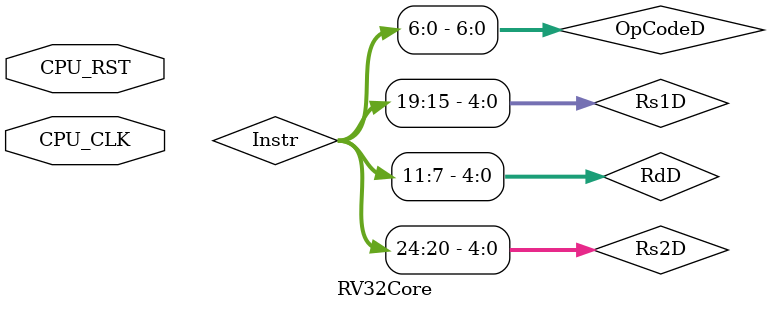
<source format=v>
`timescale 1ns / 1ps
module RV32Core(
    input wire CPU_CLK,
    input wire CPU_RST
    );
    //wire values definitions
    wire StallF, FlushF, StallD, FlushD, StallE, FlushE, StallM, FlushM, StallW, FlushW;
    wire [31:0] PC_In;
    wire [31:0] PCF;
    wire [31:0] Instr, PCD;
    wire JalD, JalrD, LoadNpcD, MemToRegD, AluSrc1D;
    wire [2:0] RegWriteD;
    wire [3:0] MemWriteD;
    wire [1:0] RegReadD;
    wire [2:0] BranchTypeD;
    wire [3:0] AluContrlD;
    wire [1:0] AluSrc2D;
    wire [2:0] RegWriteW;
    wire [4:0] RdW;
    wire [31:0] RegWriteData;
    wire [31:0] DM_RD_Ext;
    wire [2:0] ImmType;
    wire [31:0] ImmD;
    wire [31:0] JalNPC;
    wire [31:0] BrNPC; 
    wire [31:0] ImmE;
    wire [6:0] OpCodeD, Funct7D;
    wire [2:0] Funct3D;
    wire [4:0] Rs1D, Rs2D, RdD;
    wire [4:0] Rs1E, Rs2E, RdE;
    wire [31:0] RegOut1D;
    wire [31:0] RegOut1E;
    wire [31:0] RegOut2D;
    wire [31:0] RegOut2E;
    wire JalrE;
    wire [2:0] RegWriteE;
    wire MemToRegE;
    wire [3:0] MemWriteE;
    wire LoadNpcE;
    wire [1:0] RegReadE;
    wire [2:0] BranchTypeE;
    wire [3:0] AluContrlE;
    wire AluSrc1E;
    wire [1:0] AluSrc2E;
    wire [31:0] Operand1;
    wire [31:0] Operand2;
    wire BranchE;
    wire [31:0] AluOutE;
    wire [31:0] AluOutM; 
    wire [31:0] ForwardData1;
    wire [31:0] ForwardData2;
    wire [31:0] PCE;
    wire [31:0] StoreDataM; 
    wire [4:0] RdM;
    wire [31:0] PCM;
    wire [2:0] RegWriteM;
    wire MemToRegM;
    wire [3:0] MemWriteM;
    wire LoadNpcM;
    wire [31:0] DM_RD;
    wire [31:0] ResultM;
    wire [31:0] ResultW;
    wire MemToRegW;
    wire [1:0] Forward1E;
    wire [1:0] Forward2E;
    wire [1:0] LoadedBytesSelect;
    wire DCacheMiss;
    //wire values assignments
    assign {Funct7D, Rs2D, Rs1D, Funct3D, RdD, OpCodeD} = Instr;
    assign JalNPC=ImmD+PCD;
    assign ForwardData1 = Forward1E[1]?(AluOutM):( Forward1E[0]?RegWriteData:RegOut1E );
    assign Operand1 = AluSrc1E?PCE:ForwardData1;
    assign ForwardData2 = Forward2E[1]?(AluOutM):( Forward2E[0]?RegWriteData:RegOut2E );
    assign Operand2 = AluSrc2E[1]?(ImmE):( AluSrc2E[0]?Rs2E:ForwardData2 );
    assign ResultM = LoadNpcM ? (PCM+4) : AluOutM;
    assign RegWriteData = ~MemToRegW?ResultW:DM_RD_Ext;

    //Module connections
    // ---------------------------------------------
    // PC-IF
    // ---------------------------------------------
    NPC_Generator NPC_Generator1(
        .PCF(PCF),
        .JalrTarget(AluOutE), 
        .BranchTarget(BrNPC), 
        .JalTarget(JalNPC),
        .BranchE(BranchE),
        .JalD(JalD),
        .JalrE(JalrE),
        .PC_In(PC_In)
    );

    IFSegReg IFSegReg1(
        .clk(CPU_CLK),
        .en(~StallF),
        .clear(FlushF), 
        .PC_In(PC_In),
        .PCF(PCF)
    );

    // ---------------------------------------------
    // ID stage
    // ---------------------------------------------
    IDSegReg IDSegReg1(
        .clk(CPU_CLK),
        .rst(rst),
        .clear(FlushD),
        .en(~StallD),
        .A(PCF),
        .RD(Instr),
        .PCF(PCF),
        .PCD(PCD) 
    );

    ControlUnit ControlUnit1(
        .Op(OpCodeD),
        .Fn3(Funct3D),
        .Fn7(Funct7D),
        .JalD(JalD),
        .JalrD(JalrD),
        .RegWriteD(RegWriteD),
        .MemToRegD(MemToRegD),
        .MemWriteD(MemWriteD),
        .LoadNpcD(LoadNpcD),
        .RegReadD(RegReadD),
        .BranchTypeD(BranchTypeD),
        .AluContrlD(AluContrlD),
        .AluSrc1D(AluSrc1D),
        .AluSrc2D(AluSrc2D),
        .ImmType(ImmType)
    );

    ImmOperandUnit ImmOperandUnit1(
        .In(Instr[31:7]),
        .Type(ImmType),
        .Out(ImmD)
    );

    RegisterFile RegisterFile1(
        .clk(CPU_CLK),
        .rst(CPU_RST),
        .WE3(|RegWriteW),
        .A1(Rs1D),
        .A2(Rs2D),
        .A3(RdW),
        .WD3(RegWriteData),
        .RD1(RegOut1D),
        .RD2(RegOut2D)
    );

    // ---------------------------------------------
    // EX stage
    // ---------------------------------------------
    EXSegReg EXSegReg1(
        .clk(CPU_CLK),
        .en(~StallE),
        .clear(FlushE),
        .PCD(PCD),
        .PCE(PCE), 
        .JalNPC(JalNPC),
        .BrNPC(BrNPC), 
        .ImmD(ImmD),
        .ImmE(ImmE),
        .RdD(RdD),
        .RdE(RdE),
        .Rs1D(Rs1D),
        .Rs1E(Rs1E),
        .Rs2D(Rs2D),
        .Rs2E(Rs2E),
        .RegOut1D(RegOut1D),
        .RegOut1E(RegOut1E),
        .RegOut2D(RegOut2D),
        .RegOut2E(RegOut2E),
        .JalrD(JalrD),
        .JalrE(JalrE),
        .RegWriteD(RegWriteD),
        .RegWriteE(RegWriteE),
        .MemToRegD(MemToRegD),
        .MemToRegE(MemToRegE),
        .MemWriteD(MemWriteD),
        .MemWriteE(MemWriteE),
        .LoadNpcD(LoadNpcD),
        .LoadNpcE(LoadNpcE),
        .RegReadD(RegReadD),
        .RegReadE(RegReadE),
        .BranchTypeD(BranchTypeD),
        .BranchTypeE(BranchTypeE),
        .AluContrlD(AluContrlD),
        .AluContrlE(AluContrlE),
        .AluSrc1D(AluSrc1D),
        .AluSrc1E(AluSrc1E),
        .AluSrc2D(AluSrc2D),
        .AluSrc2E(AluSrc2E)
    ); 

    ALU ALU1(
        .Operand1(Operand1),
        .Operand2(Operand2),
        .AluContrl(AluContrlE),
        .AluOut(AluOutE)
    );

    BranchDecisionMaking BranchDecisionMaking1(
        .BranchTypeE(BranchTypeE),
        .Operand1(Operand1),
        .Operand2(Operand2),
        .BranchE(BranchE)
    );

    // ---------------------------------------------
    // MEM stage
    // ---------------------------------------------
    MEMSegReg MEMSegReg1(
        .clk(CPU_CLK),
        .en(~StallM),
        .clear(FlushM),
        .AluOutE(AluOutE),
        .AluOutM(AluOutM), 
        .ForwardData2(ForwardData2),
        .StoreDataM(StoreDataM), 
        .RdE(RdE),
        .RdM(RdM),
        .PCE(PCE),
        .PCM(PCM),
        .RegWriteE(RegWriteE),
        .RegWriteM(RegWriteM),
        .MemToRegE(MemToRegE),
        .MemToRegM(MemToRegM),
        .MemWriteE(MemWriteE),
        .MemWriteM(MemWriteM),
        .LoadNpcE(LoadNpcE),
        .LoadNpcM(LoadNpcM)
    );

    // ---------------------------------------------
    // WB stage
    // ---------------------------------------------
    WBSegReg WBSegReg1(
        .clk(CPU_CLK),
        .en(~StallW),
        .clear(FlushW),
        .DCacheMiss(DCacheMiss),
        .A(AluOutM),
        .WD(StoreDataM),
        .WE(MemWriteM),
        .RD(DM_RD),
        .LoadedBytesSelect(LoadedBytesSelect),
        .ResultM(ResultM),
        .ResultW(ResultW), 
        .RdM(RdM),
        .RdW(RdW),
        .RegWriteM(RegWriteM),
        .RegWriteW(RegWriteW),
        .MemToRegM(MemToRegM),
        .MemToRegW(MemToRegW)
    );
    
    DataExt DataExt1(
        .IN(DM_RD),
        .LoadedBytesSelect(LoadedBytesSelect),
        .RegWriteW(RegWriteW),
        .OUT(DM_RD_Ext)
    );
    // ---------------------------------------------
    // Harzard Unit
    // ---------------------------------------------
    HarzardUnit HarzardUnit1(
        .CpuRst(CPU_RST),
        .BranchE(BranchE),
        .JalrE(JalrE),
        .JalD(JalD),
        .Rs1D(Rs1D),
        .Rs2D(Rs2D),
        .Rs1E(Rs1E),
        .Rs2E(Rs2E),
        .RegReadE(RegReadE),
        .MemToRegE(MemToRegE),
        .RdE(RdE),
        .RdM(RdM),
        .RegWriteM(RegWriteM),
        .RdW(RdW),
        .RegWriteW(RegWriteW),
        .ICacheMiss(1'b0),
        .DCacheMiss(DCacheMiss),
        .StallF(StallF),
        .FlushF(FlushF),
        .StallD(StallD),
        .FlushD(FlushD),
        .StallE(StallE),
        .FlushE(FlushE),
        .StallM(StallM),
        .FlushM(FlushM),
        .StallW(StallW),
        .FlushW(FlushW),
        .Forward1E(Forward1E),
        .Forward2E(Forward2E)
    );    
                 
endmodule

//åè½è¯´æ
    //RV32I æä»¤éCPUçé¡¶å±æ¨¡å?
//å®éªè¦æ±  
    //æ éä¿®æ¹
</source>
